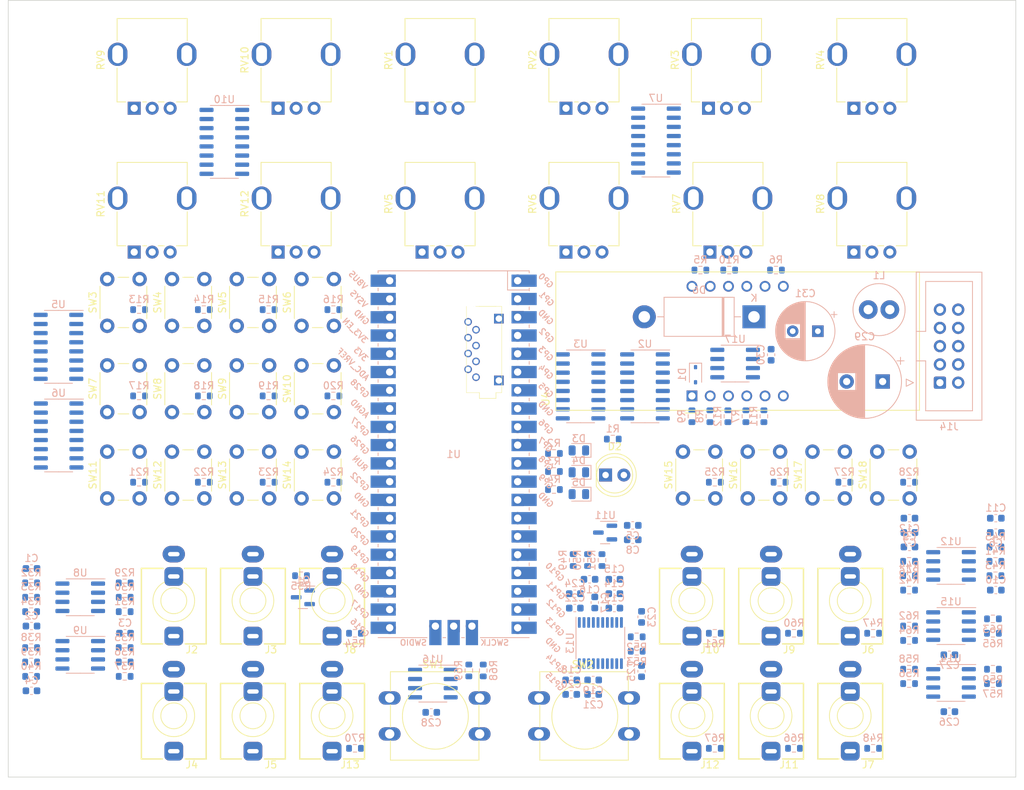
<source format=kicad_pcb>
(kicad_pcb (version 20221018) (generator pcbnew)
  (layers (0 "F.Cu" signal) (31 "B.Cu" signal) (34 "B.Paste" user) (35 "F.Paste" user) (36 "B.SilkS" user "B.Silkscreen") (37 "F.SilkS" user "F.Silkscreen") (38 "B.Mask" user) (39 "F.Mask" user) (44 "Edge.Cuts" user))
  (net 0 "")
  (net 1 "Net-(U9A--)")
  (net 2 "CV_IN_3")
  (net 3 "Net-(Q1-B)")
  (net 4 "GND")
  (net 5 "SYNC_IN")
  (net 6 "Net-(U9B--)")
  (net 7 "CV_IN_4")
  (net 8 "Net-(C6-Pad2)")
  (net 9 "Net-(U12A--)")
  (net 10 "Net-(C11-Pad2)")
  (net 11 "Net-(U12B--)")
  (net 12 "Net-(C12-Pad2)")
  (net 13 "Net-(U13-CAPP)")
  (net 14 "Net-(U13-CAPM)")
  (net 15 "Net-(U13-VNEG)")
  (net 16 "Net-(U13-LDOO)")
  (net 17 "SD_CLOCK")
  (net 18 "SD_SERIAL_OUT")
  (net 19 "SD_SERIAL_IN")
  (net 20 "SD_CHIP_SELECT")
  (net 21 "595_DATA")
  (net 22 "595_CLOCK")
  (net 23 "595_LATCH")
  (net 24 "DAC_DOUT")
  (net 25 "DAC_BCLK")
  (net 26 "DAC_LRC")
  (net 27 "165_LOAD")
  (net 28 "165_CLOCK")
  (net 29 "165_DATA")
  (net 30 "SYNC_OUT")
  (net 31 "4051_ADDRESS_A")
  (net 32 "4051_ADDRESS_B")
  (net 33 "4051_ADDRESS_C")
  (net 35 "4051_READING_0")
  (net 36 "4051_READING_1")
  (net 37 "Net-(D6-K)")
  (net 40 "LINE_OUT_L")
  (net 41 "+5V")
  (net 44 "Net-(U2-QB)")
  (net 45 "Net-(U2-QC)")
  (net 46 "Net-(U2-QD)")
  (net 47 "Net-(U2-QE)")
  (net 48 "Net-(U2-QF)")
  (net 49 "Net-(U2-QG)")
  (net 50 "Net-(U2-QH)")
  (net 52 "Net-(U2-QA)")
  (net 54 "Net-(J2-PadT)")
  (net 55 "+3.3VDAC")
  (net 56 "Net-(J3-PadT)")
  (net 57 "LINE_OUT_R")
  (net 58 "Net-(J6-PadT)")
  (net 59 "+12V")
  (net 60 "-12V")
  (net 62 "Net-(C7-Pad2)")
  (net 63 "Net-(J9-PadT)")
  (net 65 "Net-(J10-PadT)")
  (net 68 "Net-(U3-QE)")
  (net 69 "Net-(U8A--)")
  (net 70 "CV_IN_1")
  (net 71 "Net-(U8B--)")
  (net 72 "CV_IN_2")
  (net 73 "Net-(U3-QF)")
  (net 74 "Net-(U7-A4)")
  (net 75 "Net-(U7-A6)")
  (net 76 "Net-(U7-A7)")
  (net 77 "Net-(U7-A5)")
  (net 78 "Net-(U3-QG)")
  (net 79 "Net-(U7-A3)")
  (net 80 "Net-(U7-A0)")
  (net 81 "Net-(U7-A1)")
  (net 82 "Net-(U7-A2)")
  (net 83 "Net-(U3-QH)")
  (net 84 "Net-(U4-a)")
  (net 85 "Net-(D2-A)")
  (net 86 "Net-(D3-A)")
  (net 87 "Net-(D4-A)")
  (net 88 "Net-(D5-A)")
  (net 89 "Net-(U4-b)")
  (net 90 "Net-(U4-c)")
  (net 91 "Net-(U4-d)")
  (net 92 "Net-(U4-e)")
  (net 93 "Net-(U4-f)")
  (net 94 "+3.3V")
  (net 95 "Net-(U4-g)")
  (net 96 "Net-(J4-PadT)")
  (net 97 "Net-(U4-DPX)")
  (net 98 "Net-(J5-PadT)")
  (net 99 "Net-(U5-D0)")
  (net 100 "Net-(J8-PadT)")
  (net 101 "Net-(J7-PadT)")
  (net 103 "Net-(J12-PadT)")
  (net 105 "Net-(J13-PadT)")
  (net 107 "Net-(U5-D1)")
  (net 108 "Net-(U5-D2)")
  (net 109 "Net-(U5-D3)")
  (net 110 "Net-(U5-D4)")
  (net 111 "Net-(U5-D5)")
  (net 112 "Net-(U5-D6)")
  (net 113 "Net-(U5-D7)")
  (net 114 "Net-(U6-D0)")
  (net 115 "Net-(U6-D1)")
  (net 116 "Net-(U6-D2)")
  (net 117 "Net-(U6-D3)")
  (net 118 "Net-(U6-D4)")
  (net 119 "Net-(J11-PadT)")
  (net 120 "Net-(U6-D5)")
  (net 121 "Net-(U6-D6)")
  (net 122 "Net-(U6-D7)")
  (net 123 "Net-(U13-BCK)")
  (net 124 "Net-(U13-DIN)")
  (net 125 "Net-(U13-LRCK)")
  (net 126 "Net-(U13-OUTL)")
  (net 127 "Net-(U13-OUTR)")
  (net 128 "Net-(U14B--)")
  (net 129 "Net-(U14A--)")
  (net 130 "Net-(R58-Pad1)")
  (net 132 "Net-(R59-Pad1)")
  (net 133 "Net-(U15B--)")
  (net 134 "Net-(U15A--)")
  (net 135 "Net-(R64-Pad1)")
  (net 136 "Net-(R65-Pad1)")
  (net 137 "Net-(U16A--)")
  (net 138 "Net-(R69-Pad1)")
  (net 139 "Net-(U10-A0)")
  (net 140 "Net-(U10-A1)")
  (net 141 "Net-(U10-A2)")
  (net 142 "Net-(U10-A3)")
  (net 143 "START_STOP_BUTTON")
  (net 144 "TAP_TEMPO_BUTTON")
  (net 145 "TRIGGER_OUT_1")
  (net 146 "TRIGGER_OUT_4")
  (net 147 "TRIGGER_OUT_3")
  (net 148 "TRIGGER_OUT_2")
  (net 149 "Net-(U2-QH')")
  (net 150 "Net-(U3-QB)")
  (net 151 "Net-(U3-QC)")
  (net 152 "Net-(U3-QD)")
  (net 154 "Net-(U3-QA)")
  (net 156 "/Shift register in 1/DATA_OUT")
  (net 158 "Net-(U16B--)")
  (net 159 "Net-(D1-K)")
  (footprint "Button_Switch_THT:SW_PUSH_6mm" (layer "F.Cu") (at 93.75 107.25 90)
    (fp_text reference "SW7")
    (fp_text value "SW_Push")
  )
  (footprint "Library:Potentiometer_Alps_RK09K_vertical_biggerholes" (layer "F.Cu") (at 197.5 85 90)
    (fp_text reference "RV8")
    (fp_text value "10k")
  )
  (footprint "MountingHole:MountingHole_3.2mm_M3" (layer "F.Cu") (at 216 154)
    (fp_text reference "H4" hide)
    (fp_text value "MountingHole")
  )
  (footprint "Library:Potentiometer_Alps_RK09K_vertical_biggerholes" (layer "F.Cu") (at 197.5 65 90)
    (fp_text reference "RV4")
    (fp_text value "10k")
  )
  (footprint "AudioJacks:Jack_3.5mm_QingPu_WQP-PJ398SM_Vertical" (layer "F.Cu") (at 103 133.48 180)
    (fp_text reference "J2")
    (fp_text value "CV_In_1")
  )
  (footprint "Library:Potentiometer_Alps_RK09K_vertical_biggerholes" (layer "F.Cu") (at 157.5 85 90)
    (fp_text reference "RV6")
    (fp_text value "10k")
  )
  (footprint "AudioJacks:Jack_3.5mm_QingPu_WQP-PJ398SM_Vertical" (layer "F.Cu") (at 197 133.48 180)
    (fp_text reference "J6")
    (fp_text value "Euro_Out_1")
  )
  (footprint "AudioJacks:Jack_3.5mm_QingPu_WQP-PJ398SM_Vertical" (layer "F.Cu") (at 186 133.48 180)
    (fp_text reference "J9")
    (fp_text value "Trigger_Out_2")
  )
  (footprint "Library:Potentiometer_Alps_RK09K_vertical_biggerholes" (layer "F.Cu") (at 177.5 85 90)
    (fp_text reference "RV7")
    (fp_text value "10k")
  )
  (footprint "Library:Potentiometer_Alps_RK09K_vertical_biggerholes" (layer "F.Cu") (at 117.5 65 90)
    (fp_text reference "RV10")
    (fp_text value "10k")
  )
  (footprint "Button_Switch_THT:SW_PUSH_6mm" (layer "F.Cu") (at 191.75 119.25 90)
    (fp_text reference "SW17")
    (fp_text value "SW_Push")
  )
  (footprint "Button_Switch_THT:SW_PUSH_6mm" (layer "F.Cu") (at 111.75 95.25 90)
    (fp_text reference "SW5")
    (fp_text value "SW_Push")
  )
  (footprint "AudioJacks:Jack_3.5mm_QingPu_WQP-PJ398SM_Vertical" (layer "F.Cu") (at 103 149.48 180)
    (fp_text reference "J4")
    (fp_text value "CV_In_3")
  )
  (footprint "Library:Potentiometer_Alps_RK09K_vertical_biggerholes" (layer "F.Cu") (at 97.5 85 90)
    (fp_text reference "RV11")
    (fp_text value "10k")
  )
  (footprint "Library:Potentiometer_Alps_RK09K_vertical_biggerholes" (layer "F.Cu") (at 117.5 85 90)
    (fp_text reference "RV12")
    (fp_text value "10k")
  )
  (footprint "Button_Switch_THT:SW_PUSH_6mm" (layer "F.Cu") (at 102.75 119.25 90)
    (fp_text reference "SW12")
    (fp_text value "SW_Push")
  )
  (footprint "Library:Potentiometer_Alps_RK09K_vertical_biggerholes" (layer "F.Cu") (at 157.5 65 90)
    (fp_text reference "RV2")
    (fp_text value "10k")
  )
  (footprint "Button_Switch_THT:SW_PUSH_6mm" (layer "F.Cu") (at 102.75 107.25 90)
    (fp_text reference "SW8")
    (fp_text value "SW_Push")
  )
  (footprint "Button_Switch_THT:SW_PUSH_6mm" (layer "F.Cu") (at 182.75 119.25 90)
    (fp_text reference "SW16")
    (fp_text value "SW_Push")
  )
  (footprint "MountingHole:MountingHole_3.2mm_M3" (layer "F.Cu") (at 216 54)
    (fp_text reference "H2" hide)
    (fp_text value "MountingHole")
  )
  (footprint "Button_Switch_THT:SW_PUSH_6mm" (layer "F.Cu") (at 93.75 119.25 90)
    (fp_text reference "SW11")
    (fp_text value "SW_Push")
  )
  (footprint "Button_Switch_THT:SW_PUSH_6mm" (layer "F.Cu") (at 93.75 95.25 90)
    (fp_text reference "SW3")
    (fp_text value "SW_Push")
  )
  (footprint "Button_Switch_THT:SW_PUSH_6mm" (layer "F.Cu") (at 111.75 119.25 90)
    (fp_text reference "SW13")
    (fp_text value "SW_Push")
  )
  (footprint "Library:Potentiometer_Alps_RK09K_vertical_biggerholes" (layer "F.Cu") (at 137.5 85 90)
    (fp_text reference "RV5")
    (fp_text value "10k")
  )
  (footprint "Library:Potentiometer_Alps_RK09K_vertical_biggerholes" (layer "F.Cu") (at 97.5 65 90)
    (fp_text reference "RV9")
    (fp_text value "10k")
  )
  (footprint "Button_Switch_THT:SW_PUSH-12mm" (layer "F.Cu") (at 153.76 147)
    (fp_text reference "SW2")
    (fp_text value "SW_Push")
  )
  (footprint "Button_Switch_THT:SW_PUSH-12mm" (layer "F.Cu") (at 133 147)
    (fp_text reference "SW1")
    (fp_text value "SW_Push")
  )
  (footprint "Button_Switch_THT:SW_PUSH_6mm" (layer "F.Cu") (at 111.75 107.25 90)
    (fp_text reference "SW9")
    (fp_text value "SW_Push")
  )
  (footprint "Button_Switch_THT:SW_PUSH_6mm" (layer "F.Cu") (at 102.75 95.25 90)
    (fp_text reference "SW4")
    (fp_text value "SW_Push")
  )
  (footprint "AudioJacks:Jack_3.5mm_QingPu_WQP-PJ398SM_Vertical" (layer "F.Cu") (at 197 149.48 180)
    (fp_text reference "J7")
    (fp_text value "Euro_Out_2")
  )
  (footprint "misc:YAMAICHI_MICROSD_VERTICAL" (layer "F.Cu") (at 145 98.55 90)
    (fp_text reference "J1" hide)
    (fp_text value "Micro_SD_Card" hide)
  )
  (footprint "MountingHole:MountingHole_3.2mm_M3" (layer "F.Cu") (at 84 54)
    (fp_text reference "H1" hide)
    (fp_text value "MountingHole")
  )
  (footprint "AudioJacks:Jack_3.5mm_QingPu_WQP-PJ398SM_Vertical" (layer "F.Cu") (at 125 133.48 180)
    (fp_text reference "J8")
    (fp_text value "Sync_Input")
  )
  (footprint "Library:Potentiometer_Alps_RK09K_vertical_biggerholes" (layer "F.Cu") (at 177.3 65 90)
    (fp_text reference "RV3")
    (fp_text value "10k")
  )
  (footprint "LED_THT:LED_D5.0mm" (layer "F.Cu") (at 163 116)
    (fp_text reference "D2")
    (fp_text value "LED")
  )
  (footprint "Button_Switch_THT:SW_PUSH_6mm" (layer "F.Cu") (at 120.75 107.25 90)
    (fp_text reference "SW10")
    (fp_text value "SW_Push")
  )
  (footprint "Button_Switch_THT:SW_PUSH_6mm" (layer "F.Cu") (at 173.75 119.25 90)
    (fp_text reference "SW15")
    (fp_text value "SW_Push")
  )
  (footprint "AudioJacks:Jack_3.5mm_QingPu_WQP-PJ398SM_Vertical" (layer "F.Cu") (at 186 149.48 180)
    (fp_text reference "J11")
    (fp_text value "Trigger_Out_4")
  )
  (footprint "Button_Switch_THT:SW_PUSH_6mm" (layer "F.Cu") (at 120.75 95.25 90)
    (fp_text reference "SW6")
    (fp_text value "SW_Push")
  )
  (footprint "Button_Switch_THT:SW_PUSH_6mm" (layer "F.Cu") (at 200.75 119.25 90)
    (fp_text reference "SW18")
    (fp_text value "SW_Push")
  )
  (footprint "AudioJacks:Jack_3.5mm_QingPu_WQP-PJ398SM_Vertical" (layer "F.Cu") (at 175 133.48 180)
    (fp_text reference "J10")
    (fp_text value "Trigger_Out_1")
  )
  (footprint "AudioJacks:Jack_3.5mm_QingPu_WQP-PJ398SM_Vertical" (layer "F.Cu") (at 114 149.48 180)
    (fp_text reference "J5")
    (fp_text value "CV_In_4")
  )
  (footprint "AudioJacks:Jack_3.5mm_QingPu_WQP-PJ398SM_Vertical" (layer "F.Cu") (at 175 149.48 180)
    (fp_text reference "J12")
    (fp_text value "Trigger_Out_3")
  )
  (footprint "AudioJacks:Jack_3.5mm_QingPu_WQP-PJ398SM_Vertical" (layer "F.Cu") (at 125 149.48 180)
    (fp_text reference "J13")
    (fp_text value "Sync_Out")
  )
  (footprint "Display_7Segment:CA56-12EWA" (layer "F.Cu") (at 175 105 90)
    (fp_text reference "U4")
    (fp_text value "CA56-12EWA")
  )
  (footprint "MountingHole:MountingHole_3.2mm_M3" (layer "F.Cu") (at 84 154)
    (fp_text reference "H3" hide)
    (fp_text value "MountingHole")
  )
  (footprint "Button_Switch_THT:SW_PUSH_6mm" (layer "F.Cu") (at 120.75 119.25 90)
    (fp_text reference "SW14")
    (fp_text value "SW_Push")
  )
  (footprint "Library:Potentiometer_Alps_RK09K_vertical_biggerholes" (layer "F.Cu") (at 137.5 65 90)
    (fp_text reference "RV1")
    (fp_text value "10k")
  )
  (footprint "AudioJacks:Jack_3.5mm_QingPu_WQP-PJ398SM_Vertical" (layer "F.Cu") (at 114 133.48 180)
    (fp_text reference "J3")
    (fp_text value "CV_In_2")
  )
  (footprint "Package_SO:SOIC-16_3.9x9.9mm_P1.27mm" (layer "B.Cu") (at 86.975 98.175 180)
    (fp_text reference "U5")
    (fp_text value "74HC165")
  )
  (footprint "Resistor_SMD:R_0603_1608Metric" (layer "B.Cu") (at 146 143.175 90)
    (fp_text reference "R68")
    (fp_text value "100k")
  )
  (footprint "Capacitor_SMD:C_0603_1608Metric" (layer "B.Cu") (at 138.775 149)
    (fp_text reference "C28")
    (fp_text value "100n")
  )
  (footprint "Resistor_SMD:R_0603_1608Metric" (layer "B.Cu") (at 96.175 144 180)
    (fp_text reference "R37")
    (fp_text value "240k")
  )
  (footprint "Capacitor_SMD:C_0603_1608Metric" (layer "B.Cu") (at 166.775 125)
    (fp_text reference "C8")
    (fp_text value "1uF")
  )
  (footprint "Resistor_SMD:R_0603_1608Metric" (layer "B.Cu") (at 83.175 144 180)
    (fp_text reference "R40")
    (fp_text value "33k")
  )
  (footprint "Capacitor_THT:CP_Radial_D8.0mm_P3.50mm" (layer "B.Cu") (at 192.5 96 180)
    (fp_text reference "C31")
    (fp_text value "180uF 35V")
  )
  (footprint "Resistor_SMD:R_0603_1608Metric" (layer "B.Cu") (at 96.175 133 180)
    (fp_text reference "R30")
    (fp_text value "100k")
  )
  (footprint "Resistor_SMD:R_0603_1608Metric" (layer "B.Cu") (at 116.175 93 180)
    (fp_text reference "R15")
    (fp_text value "10k")
  )
  (footprint "Capacitor_SMD:C_0603_1608Metric" (layer "B.Cu") (at 83.225 137 180)
    (fp_text reference "C2")
    (fp_text value "1n")
  )
  (footprint "Capacitor_SMD:C_0603_1608Metric" (layer "B.Cu") (at 217.225 124)
    (fp_text reference "C6")
    (fp_text value "10uF")
  )
  (footprint "Resistor_SMD:R_0603_1608Metric" (layer "B.Cu") (at 216.825 138)
    (fp_text reference "R65")
    (fp_text value "100k")
  )
  (footprint "Resistor_SMD:R_0603_1608Metric" (layer "B.Cu") (at 120.675 130)
    (fp_text reference "R55")
    (fp_text value "10K")
  )
  (footprint "Resistor_SMD:R_0603_1608Metric" (layer "B.Cu") (at 178.175 117 180)
    (fp_text reference "R25")
    (fp_text value "10k")
  )
  (footprint "LED_SMD:LED_0805_2012Metric" (layer "B.Cu") (at 159.288452 115.62 180)
    (fp_text reference "D4")
    (fp_text value "LED")
  )
  (footprint "Resistor_SMD:R_0603_1608Metric" (layer "B.Cu") (at 96.175 131 180)
    (fp_text reference "R29")
    (fp_text value "240k")
  )
  (footprint "Resistor_SMD:R_0603_1608Metric" (layer "B.Cu") (at 83.175 133 180)
    (fp_text reference "R33")
    (fp_text value "33k")
  )
  (footprint "Capacitor_SMD:C_0603_1608Metric" (layer "B.Cu") (at 164.225 134.5 180)
    (fp_text reference "C13")
    (fp_text value "0.1uF")
  )
  (footprint "Package_SO:SOIC-16_3.9x9.9mm_P1.27mm" (layer "B.Cu") (at 159.525 103.675 180)
    (fp_text reference "U3")
    (fp_text value "74HC595")
  )
  (footprint "Inductor_THT:L_Radial_D7.0mm_P3.00mm" (layer "B.Cu") (at 202.5 93 180)
    (fp_text reference "L1")
    (fp_text value "68uH/2A")
  )
  (footprint "Resistor_SMD:R_0603_1608Metric" (layer "B.Cu") (at 83.175 135 180)
    (fp_text reference "R34")
    (fp_text value "33k")
  )
  (footprint "Resistor_SMD:R_0603_1608Metric" (layer "B.Cu") (at 175 107.825 -90)
    (fp_text reference "R9")
    (fp_text value "200R")
  )
  (footprint "Resistor_SMD:R_0603_1608Metric" (layer "B.Cu") (at 107.175 105 180)
    (fp_text reference "R18")
    (fp_text value "10k")
  )
  (footprint "Resistor_SMD:R_0603_1608Metric" (layer "B.Cu") (at 217.175 126 180)
    (fp_text reference "R45")
    (fp_text value "39k")
  )
  (footprint "Diode_SMD:D_SOD-323" (layer "B.Cu") (at 175.5 102.05 -90)
    (fp_text reference "D1")
    (fp_text value "1N5819WS")
  )
  (footprint "Diode_THT:D_DO-201AD_P15.24mm_Horizontal" (layer "B.Cu") (at 183.62 94 180)
    (fp_text reference "D6")
    (fp_text value "1N5820")
  )
  (footprint "Resistor_SMD:R_0603_1608Metric" (layer "B.Cu") (at 205.175 130 180)
    (fp_text reference "R44")
    (fp_text value "5.6k")
  )
  (footprint "Resistor_SMD:R_0603_1608Metric" (layer "B.Cu") (at 164 111 180)
    (fp_text reference "R1")
    (fp_text value "200R")
  )
  (footprint "Resistor_SMD:R_0603_1608Metric" (layer "B.Cu") (at 116.175 105 180)
    (fp_text reference "R19")
    (fp_text value "10k")
  )
  (footprint "Capacitor_SMD:C_0603_1608Metric" (layer "B.Cu") (at 210.775 141)
    (fp_text reference "C27")
    (fp_text value "100n")
  )
  (footprint "Resistor_SMD:R_0603_1608Metric" (layer "B.Cu") (at 205.175 128)
    (fp_text reference "R46")
    (fp_text value "39k")
  )
  (footprint "Resistor_SMD:R_0603_1608Metric" (layer "B.Cu") (at 185 107.825 -90)
    (fp_text reference "R11")
    (fp_text value "200R")
  )
  (footprint "Resistor_SMD:R_0603_1608Metric" (layer "B.Cu") (at 205.175 143 180)
    (fp_text reference "R58")
    (fp_text value "100k")
  )
  (footprint "Package_TO_SOT_SMD:SOT-23" (layer "B.Cu") (at 120.9375 133 180)
    (fp_text reference "Q1")
    (fp_text value "MMBT3904")
  )
  (footprint "Capacitor_SMD:C_0603_1608Metric" (layer "B.Cu") (at 164.225 132.5 180)
    (fp_text reference "C14")
    (fp_text value "1uF")
  )
  (footprint "Capacitor_SMD:C_0603_1608Metric" (layer "B.Cu") (at 166.775 123)
    (fp_text reference "C5")
    (fp_text value "1uF")
  )
  (footprint "Resistor_SMD:R_0603_1608Metric" (layer "B.Cu") (at 128.175 154 180)
    (fp_text reference "R70")
    (fp_text value "1k")
  )
  (footprint "Capacitor_THT:CP_Radial_D10.0mm_P5.00mm" (layer "B.Cu") (at 201.5 103 180)
    (fp_text reference "C29")
    (fp_text value "470uF 35V")
  )
  (footprint "Resistor_SMD:R_0603_1608Metric" (layer "B.Cu") (at 189.175 154 180)
    (fp_text reference "R66")
    (fp_text value "1k")
  )
  (footprint "Resistor_SMD:R_0603_1608Metric" (layer "B.Cu") (at 83.175 142 180)
    (fp_text reference "R39")
    (fp_text value "33k")
  )
  (footprint "Resistor_SMD:R_0603_1608Metric" (layer "B.Cu") (at 167.325 138.5)
    (fp_text reference "R52")
    (fp_text value "470R")
  )
  (footprint "Resistor_SMD:R_0603_1608Metric" (layer "B.Cu") (at 216.825 143)
    (fp_text reference "R59")
    (fp_text value "100k")
  )
  (footprint "Package_SO:SOIC-8_3.9x4.9mm_P1.27mm" (layer "B.Cu") (at 211 144.905 180)
    (fp_text reference "U14")
    (fp_text value "TL072")
  )
  (footprint "Package_SO:SOIC-8_3.9x4.9mm_P1.27mm" (layer "B.Cu") (at 90 133 180)
    (fp_text reference "U8")
    (fp_text value "MCP6002-xSN")
  )
  (footprint "Resistor_SMD:R_0603_1608Metric" (layer "B.Cu") (at 125.175 105 180)
    (fp_text reference "R20")
    (fp_text value "10k")
  )
  (footprint "Capacitor_SMD:C_0603_1608Metric" (layer "B.Cu") (at 217.225 132 180)
    (fp_text reference "C10")
    (fp_text value "100n")
  )
  (footprint "Capacitor_SMD:C_0603_1608Metric" (layer "B.Cu") (at 205.225 122)
    (fp_text reference "C12")
    (fp_text value "18p")
  )
  (footprint "Capacitor_SMD:C_0603_1608Metric" (layer "B.Cu") (at 96.225 138 180)
    (fp_text reference "C3")
    (fp_text value "1n")
  )
  (footprint "Resistor_SMD:R_0603_1608Metric" (layer "B.Cu") (at 83.175 131 180)
    (fp_text reference "R32")
    (fp_text value "100k")
  )
  (footprint "Resistor_SMD:R_0603_1608Metric" (layer "B.Cu") (at 155.825 115.51 180)
    (fp_text reference "R3")
    (fp_text value "200R")
  )
  (footprint "Capacitor_SMD:C_0603_1608Metric" (layer "B.Cu") (at 164.225 130.5 180)
    (fp_text reference "C15")
    (fp_text value "10uF")
  )
  (footprint "Resistor_SMD:R_0603_1608Metric" (layer "B.Cu") (at 186.675 87.5 180)
    (fp_text reference "R6")
    (fp_text value "200R")
  )
  (footprint "Package_SO:SOIC-16_3.9x9.9mm_P1.27mm" (layer "B.Cu") (at 110.025 69.675 180)
    (fp_text reference "U10")
    (fp_text value "74HC4051")
  )
  (footprint "Resistor_SMD:R_0603_1608Metric" (layer "B.Cu") (at 96.175 135 180)
    (fp_text reference "R31")
    (fp_text value "240k")
  )
  (footprint "Resistor_SMD:R_0603_1608Metric" (layer "B.Cu") (at 155.825 113 180)
    (fp_text reference "R2")
    (fp_text value "200R")
  )
  (footprint "LED_SMD:LED_0805_2012Metric" (layer "B.Cu") (at 159.288452 118.66 180)
    (fp_text reference "D5")
    (fp_text value "LED")
  )
  (footprint "Resistor_SMD:R_0603_1608Metric" (layer "B.Cu") (at 167.325 140.5)
    (fp_text reference "R53")
    (fp_text value "470R")
  )
  (footprint "Resistor_SMD:R_0603_1608Metric" (layer "B.Cu") (at 205.175 139 180)
    (fp_text reference "R64")
    (fp_text value "100k")
  )
  (footprint "MCU_RaspberryPi_and_Boards:RPi_Pico_SMD_TH" (layer "B.Cu") (at 141.89 113.11 180)
    (fp_text reference "U1")
    (fp_text value "Pico")
  )
  (footprint "Resistor_SMD:R_0603_1608Metric" (layer "B.Cu") (at 217.175 128 180)
    (fp_text reference "R41")
    (fp_text value "39k")
  )
  (footprint "Capacitor_SMD:C_0603_1608Metric" (layer "B.Cu") (at 158.725 134.5 180)
    (fp_text reference "C22")
    (fp_text value "0.1uF")
  )
  (footprint "Capacitor_SMD:C_0603_1608Metric" (layer "B.Cu") (at 186 99.275 -90)
    (fp_text reference "C30")
    (fp_text value "1uF")
  )
  (footprint "Resistor_SMD:R_0603_1608Metric" (layer "B.Cu") (at 200.175 154 180)
    (fp_text reference "R48")
    (fp_text value "1k")
  )
  (footprint "Resistor_SMD:R_0603_1608Metric" (layer "B.Cu") (at 107.175 117 180)
    (fp_text reference "R22")
    (fp_text value "10k")
  )
  (footprint "Resistor_SMD:R_0603_1608Metric" (layer "B.Cu") (at 176.175 87.5 180)
    (fp_text reference "R5")
    (fp_text value "200R")
  )
  (footprint "Resistor_SMD:R_0603_1608Metric" (layer "B.Cu") (at 180.175 87.5 180)
    (fp_text reference "R10")
    (fp_text value "200R")
  )
  (footprint "Resistor_SMD:R_0603_1608Metric" (layer "B.Cu") (at 177.5 107.825 -90)
    (fp_text reference "R8")
    (fp_text value "200R")
  )
  (footprint "Package_SO:SOIC-8_3.9x4.9mm_P1.27mm" (layer "B.Cu") (at 211 128.635 180)
    (fp_text reference "U12")
    (fp_text value "TL072")
  )
  (footprint "Resistor_SMD:R_0603_1608Metric" (layer "B.Cu") (at 107.175 93 180)
    (fp_text reference "R14")
    (fp_text value "10k")
  )
  (footprint "Capacitor_SMD:C_0603_1608Metric" (layer "B.Cu") (at 217.225 122 180)
    (fp_text reference "C11")
    (fp_text value "18p")
  )
  (footprint "Capacitor_SMD:C_0603_1608Metric" (layer "B.Cu") (at 168 143.275 -90)
    (fp_text reference "C25")
    (fp_text value "2.2nF")
  )
  (footprint "Capacitor_SMD:C_0603_1608Metric" (layer "B.Cu") (at 83.225 129 180)
    (fp_text reference "C1")
    (fp_text value "1n")
  )
  (footprint "LED_SMD:LED_0805_2012Metric" (layer "B.Cu") (at 159.288452 112.58 180)
    (fp_text reference "D3")
    (fp_text value "LED")
  )
  (footprint "Package_SO:SOIC-8_3.9x4.9mm_P1.27mm" (layer "B.Cu") (at 90 141 180)
    (fp_text reference "U9")
    (fp_text value "MCP6002-xSN")
  )
  (footprint "Resistor_SMD:R_0603_1608Metric" (layer "B.Cu") (at 162.5 127.825 -90)
    (fp_text reference "R51")
    (fp_text value "56R")
  )
  (footprint "Resistor_SMD:R_0603_1608Metric" (layer "B.Cu") (at 144 143.175 -90)
    (fp_text reference "R69")
    (fp_text value "100k")
  )
  (footprint "Resistor_SMD:R_0603_1608Metric" (layer "B.Cu") (at 98.175 117 180)
    (fp_text reference "R21")
    (fp_text value "10k")
  )
  (footprint "Resistor_SMD:R_0603_1608Metric" (layer "B.Cu") (at 96.175 140 180)
    (fp_text reference "R35")
    (fp_text value "240k")
  )
  (footprint "Capacitor_SMD:C_0603_1608Metric" (layer "B.Cu") (at 158.725 132.5 180)
    (fp_text reference "C24")
    (fp_text value "10uF")
  )
  (footprint "Capacitor_SMD:C_0603_1608Metric" (layer "B.Cu") (at 161.275 144.5)
    (fp_text reference "C19")
    (fp_text value "1uF")
  )
  (footprint "Resistor_SMD:R_0603_1608Metric" (layer "B.Cu") (at 205.175 145 180)
    (fp_text reference "R56")
    (fp_text value "100k")
  )
  (footprint "Resistor_SMD:R_0603_1608Metric" (layer "B.Cu") (at 196.175 117 180)
    (fp_text reference "R27")
    (fp_text value "10k")
  )
  (footprint "Resistor_SMD:R_0603_1608Metric" (layer "B.Cu") (at 128.175 138)
    (fp_text reference "R54")
    (fp_text value "100K")
  )
  (footprint "Resistor_SMD:R_0603_1608Metric" (layer "B.Cu") (at 155.825 118.02 180)
    (fp_text reference "R4")
    (fp_text value "200R")
  )
  (footprint "Capacitor_SMD:C_0603_1608Metric" (layer "B.Cu") (at 158.225 144.5 180)
    (fp_text reference "C18")
    (fp_text value "0.1uF")
  )
  (footprint "Resistor_SMD:R_0603_1608Metric" (layer "B.Cu") (at 205.175 132 180)
    (fp_text reference "R42")
    (fp_text value "39k")
  )
  (footprint "Capacitor_SMD:C_0603_1608Metric" (layer "B.Cu") (at 83.225 146 180)
    (fp_text reference "C4")
    (fp_text value "1n")
  )
  (footprint "Resistor_SMD:R_0603_1608Metric" (layer "B.Cu") (at 205.175 117 180)
    (fp_text reference "R28")
    (fp_text value "10k")
  )
  (footprint "Capacitor_SMD:C_0603_1608Metric" (layer "B.Cu") (at 158.225 146.5 180)
    (fp_text reference "C20")
    (fp_text value "10uF")
  )
  (footprint "Package_SO:TSSOP-20_4.4x6.5mm_P0.65mm" (layer "B.Cu") (at 162.275 139.3625 -90)
    (fp_text reference "U13")
    (fp_text value "PCM5102")
  )
  (footprint "Capacitor_SMD:C_0603_1608Metric" (layer "B.Cu") (at 168 135.725 90)
    (fp_text reference "C23")
    (fp_text value "2.2nF")
  )
  (footprint "Resistor_SMD:R_0603_1608Metric" (layer "B.Cu") (at 116.175 117 180)
    (fp_text reference "R23")
    (fp_text value "10k")
  )
  (footprint "Capacitor_SMD:C_0603_1608Metric" (layer "B.Cu") (at 160.775 130.5)
    (fp_text reference "C16")
    (fp_text value "2.2uF")
  )
  (footprint "Resistor_SMD:R_0603_1608Metric" (layer "B.Cu") (at 182.5 107.825 -90)
    (fp_text reference "R7")
    (fp_text value "200R")
  )
  (footprint "Resistor_SMD:R_0603_1608Metric" (layer "B.Cu") (at 178.175 138)
    (fp_text reference "R61")
    (fp_text value "1k")
  )
  (footprint "Capacitor_SMD:C_0603_1608Metric" (layer "B.Cu") (at 210.775 148.905)
    (fp_text reference "C26")
    (fp_text value "100n")
  )
  (footprint "Package_SO:SOIC-16_3.9x9.9mm_P1.27mm" (layer "B.Cu") (at 170 69.5 180)
    (fp_text reference "U7")
    (fp_text value "74HC4051")
  )
  (footprint "Resistor_SMD:R_0603_1608Metric" (layer "B.Cu") (at 216.825 136)
    (fp_text reference "R63")
    (fp_text value "100k")
  )
  (footprint "Package_SO:SOIC-8_3.9x4.9mm_P1.27mm" (layer "B.Cu") (at 181 100.5 180)
    (fp_text reference "U17")
    (fp_text value "XL1509-5.0")
  )
  (footprint "Resistor_SMD:R_0603_1608Metric" (layer "B.Cu") (at 217.175 130 180)
    (fp_text reference "R43")
    (fp_text value "5.6k")
  )
  (footprint "Package_SO:SOIC-16_3.9x9.9mm_P1.27mm" (layer "B.Cu") (at 168.475 103.675 180)
    (fp_text reference "U2")
    (fp_text value "74HC595")
  )
  (footprint "Resistor_SMD:R_0603_1608Metric" (layer "B.Cu") (at 178.175 154 180)
    (fp_text reference "R67")
    (fp_text value "1k")
  )
  (footprint "Resistor_SMD:R_0603_1608Metric" (layer "B.Cu") (at 83.175 140 180)
    (fp_text reference "R38")
    (fp_text value "100k")
  )
  (footprint "Package_SO:SOIC-8_3.9x4.9mm_P1.27mm" (layer "B.Cu") (at 211 137 180)
    (fp_text reference "U15")
    (fp_text value "TL072")
  )
  (footprint "Capacitor_SMD:C_0603_1608Metric" (layer "B.Cu") (at 205.225 126 180)
    (fp_text reference "C9")
    (fp_text value "100n")
  )
  (footprint "Capacitor_SMD:C_0603_1608Metric" (layer "B.Cu") (at 161.5 133.725 90)
    (fp_text reference "C17")
    (fp_text value "2.2uF")
  )
  (footprint "Resistor_SMD:R_0603_1608Metric" (layer "B.Cu") (at 98.175 105 180)
    (fp_text reference "R17")
    (fp_text value "10k")
  )
  (footprint "Resistor_SMD:R_0603_1608Metric" (layer "B.Cu") (at 187.175 117 180)
    (fp_text reference "R26")
    (fp_text value "10k")
  )
  (footprint "Package_SO:SOIC-8_3.9x4.9mm_P1.27mm" (layer "B.Cu") (at 139 145 180)
    (fp_text reference "U16")
    (fp_text value "TL072")
  )
  (footprint "Resistor_SMD:R_0603_1608Metric" (layer "B.Cu") (at 160.5 127.825 -90)
    (fp_text reference "R50")
    (fp_text value "56R")
  )
  (footprint "Connector_IDC:IDC-Header_2x05_P2.54mm_Vertical" (layer "B.Cu") (at 209.46 103.16)
    (fp_text reference "J14")
    (fp_text value "Eurorack_Power")
  )
  (footprint "Resistor_SMD:R_0603_1608Metric" (layer "B.Cu") (at 125.175 117 180)
    (fp_text reference "R24")
    (fp_text value "10k")
  )
  (footprint "Resistor_SMD:R_0603_1608Metric" (layer "B.Cu") (at 189.175 138 180)
    (fp_text reference "R60")
    (fp_text value "1k")
  )
  (footprint "Resistor_SMD:R_0603_1608Metric" (layer "B.Cu") (at 216.825 145)
    (fp_text reference "R57")
    (fp_text value "100k")
  )
  (footprint "Resistor_SMD:R_0603_1608Metric" (layer "B.Cu") (at 125.175 93 180)
    (fp_text reference "R16")
    (fp_text value "10k")
  )
  (footprint "Resistor_SMD:R_0603_1608Metric" (layer "B.Cu") (at 180 107.825 -90)
    (fp_text reference "R12")
    (fp_text value "200R")
  )
  (footprint "Resistor_SMD:R_0603_1608Metric" (layer "B.Cu") (at 158.5 127.825 -90)
    (fp_text reference "R49")
    (fp_text value "56R")
  )
  (footprint "Resistor_SMD:R_0603_1608Metric" (layer "B.Cu") (at 96.175 142 180)
    (fp_text reference "R36")
    (fp_text value "100k")
  )
  (footprint "Resistor_SMD:R_0603_1608Metric" (layer "B.Cu") (at 205.175 137 180)
    (fp_text reference "R62")
    (fp_text value "100k")
  )
  (footprint "Capacitor_SMD:C_0603_1608Metric" (layer "B.Cu") (at 161.275 146.5)
    (fp_text reference "C21")
    (fp_text value "0.1uF")
  )
  (footprint "Resistor_SMD:R_0603_1608Metric" (layer "B.Cu") (at 98.175 93 180)
    (fp_text reference "R13")
    (fp_text value "10k")
  )
  (footprint "Package_SO:SOIC-16_3.9x9.9mm_P1.27mm" (layer "B.Cu") (at 87 110.5 180)
    (fp_text reference "U6")
    (fp_text value "74HC165")
  )
  (footprint "Capacitor_SMD:C_0603_1608Metric" (layer "B.Cu") (at 205.225 124)
    (fp_text reference "C7")
    (fp_text value "10uF")
  )
  (footprint "Resistor_SMD:R_0603_1608Metric" (layer "B.Cu") (at 200.175 138 180)
    (fp_text reference "R47")
    (fp_text value "1k")
  )
  (footprint "Package_TO_SOT_SMD:SOT-23" (layer "B.Cu") (at 162.9375 124 180)
    (fp_text reference "U11")
    (fp_text value "AP7333-33SRG")
  )
  (gr_rect (start 80 50) (end 220 158) (stroke (width 0.1)) (fill none) (layer "Edge.Cuts"))
)
</source>
